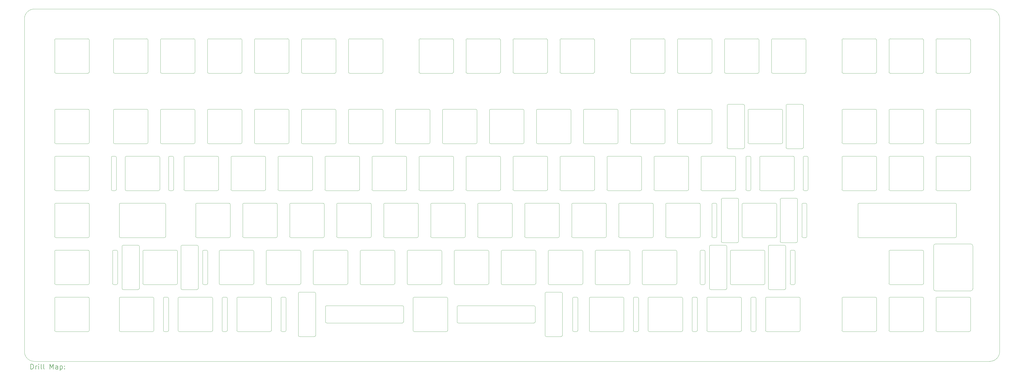
<source format=gbr>
%FSLAX45Y45*%
G04 Gerber Fmt 4.5, Leading zero omitted, Abs format (unit mm)*
G04 Created by KiCad (PCBNEW (6.0.0)) date 2022-03-06 13:22:55*
%MOMM*%
%LPD*%
G01*
G04 APERTURE LIST*
%TA.AperFunction,Profile*%
%ADD10C,0.100000*%
%TD*%
%TA.AperFunction,Profile*%
%ADD11C,0.050000*%
%TD*%
%ADD12C,0.200000*%
G04 APERTURE END LIST*
D10*
X16628900Y-15899895D02*
X16628900Y-16499895D01*
X13512130Y-15849895D02*
X16578900Y-15849895D01*
X13462130Y-16499895D02*
X13462130Y-15899895D01*
X13512130Y-16549895D02*
X16578900Y-16549895D01*
X13462130Y-16499895D02*
G75*
G03*
X13512130Y-16549895I50000J0D01*
G01*
X13512130Y-15849895D02*
G75*
G03*
X13462130Y-15899895I0J-50000D01*
G01*
X16628900Y-15899895D02*
G75*
G03*
X16578900Y-15849895I-50000J0D01*
G01*
X16578900Y-16549895D02*
G75*
G03*
X16628900Y-16499895I0J50000D01*
G01*
X5107155Y-13042140D02*
G75*
G03*
X5157155Y-13092140I50000J0D01*
G01*
X5157155Y-13092140D02*
X6933405Y-13091900D01*
X5157155Y-11692140D02*
X6933405Y-11691900D01*
X5107155Y-11742140D02*
X5107155Y-13042140D01*
X5157155Y-11692140D02*
G75*
G03*
X5107155Y-11742140I0J-50000D01*
G01*
X21912730Y-15852465D02*
X18845960Y-15852465D01*
X21962730Y-15902465D02*
G75*
G03*
X21912730Y-15852465I-50000J0D01*
G01*
X18795960Y-16502465D02*
X18795960Y-15902465D01*
X18845960Y-15852465D02*
G75*
G03*
X18795960Y-15902465I0J-50000D01*
G01*
X21912730Y-16552465D02*
G75*
G03*
X21962730Y-16502465I0J50000D01*
G01*
X18795960Y-16502465D02*
G75*
G03*
X18845960Y-16552465I50000J0D01*
G01*
X21962730Y-15902465D02*
X21962730Y-16502465D01*
X21912730Y-16552465D02*
X18845960Y-16552465D01*
X34396530Y-9836780D02*
X34396530Y-11136780D01*
X34446530Y-9786780D02*
X35746530Y-9786780D01*
X36301530Y-9836780D02*
X36301530Y-11136780D01*
X39606530Y-9836780D02*
X39606530Y-11136780D01*
X37701530Y-9836780D02*
G75*
G03*
X37651530Y-9786780I-50000J0D01*
G01*
X37651530Y-11186780D02*
G75*
G03*
X37701530Y-11136780I0J50000D01*
G01*
X35796530Y-9836780D02*
G75*
G03*
X35746530Y-9786780I-50000J0D01*
G01*
X39556530Y-11186780D02*
G75*
G03*
X39606530Y-11136780I0J50000D01*
G01*
X38206530Y-9836780D02*
X38206530Y-11136780D01*
X38256530Y-9786780D02*
X39556530Y-9786780D01*
X35796530Y-9836780D02*
X35796530Y-11136780D01*
X34446530Y-11186780D02*
X35746530Y-11186780D01*
X39606530Y-9836780D02*
G75*
G03*
X39556530Y-9786780I-50000J0D01*
G01*
X37701530Y-9836780D02*
X37701530Y-11136780D01*
X38256530Y-9786780D02*
G75*
G03*
X38206530Y-9836780I0J-50000D01*
G01*
X36351530Y-9786780D02*
X37651530Y-9786780D01*
X36351530Y-9786780D02*
G75*
G03*
X36301530Y-9836780I0J-50000D01*
G01*
X36301530Y-11136780D02*
G75*
G03*
X36351530Y-11186780I50000J0D01*
G01*
X36351530Y-11186780D02*
X37651530Y-11186780D01*
X38256530Y-11186780D02*
X39556530Y-11186780D01*
X35746530Y-11186780D02*
G75*
G03*
X35796530Y-11136780I0J50000D01*
G01*
X34396530Y-11136780D02*
G75*
G03*
X34446530Y-11186780I50000J0D01*
G01*
X38206530Y-11136780D02*
G75*
G03*
X38256530Y-11186780I50000J0D01*
G01*
X34446530Y-9786780D02*
G75*
G03*
X34396530Y-9836780I0J-50000D01*
G01*
X36301530Y-5074580D02*
X36301530Y-6374580D01*
X37701530Y-5074580D02*
G75*
G03*
X37651530Y-5024580I-50000J0D01*
G01*
X37651530Y-6424580D02*
G75*
G03*
X37701530Y-6374580I0J50000D01*
G01*
X37701530Y-5074580D02*
X37701530Y-6374580D01*
X36351530Y-5024580D02*
X37651530Y-5024580D01*
X36351530Y-5024580D02*
G75*
G03*
X36301530Y-5074580I0J-50000D01*
G01*
X36301530Y-6374580D02*
G75*
G03*
X36351530Y-6424580I50000J0D01*
G01*
X36351530Y-6424580D02*
X37651530Y-6424580D01*
X30442730Y-7731420D02*
G75*
G03*
X30392730Y-7681420I-50000J0D01*
G01*
X29792730Y-7681420D02*
G75*
G03*
X29742730Y-7731420I0J-50000D01*
G01*
X29742730Y-9431900D02*
X29742730Y-7731420D01*
X30442730Y-9431900D02*
X30442730Y-7731420D01*
X29792730Y-7681420D02*
X30392730Y-7681420D01*
X32830330Y-7731420D02*
G75*
G03*
X32780330Y-7681420I-50000J0D01*
G01*
X32180330Y-7681420D02*
G75*
G03*
X32130330Y-7731420I0J-50000D01*
G01*
X32180330Y-7681420D02*
X32780330Y-7681420D01*
X6111200Y-14996540D02*
X7411200Y-14996540D01*
X6111200Y-13596540D02*
G75*
G03*
X6061200Y-13646540I0J-50000D01*
G01*
X6061200Y-13646540D02*
X6061200Y-14946540D01*
X6061200Y-14946540D02*
G75*
G03*
X6111200Y-14996540I50000J0D01*
G01*
X7411200Y-14996540D02*
G75*
G03*
X7461200Y-14946540I0J50000D01*
G01*
X7461200Y-13646540D02*
G75*
G03*
X7411200Y-13596540I-50000J0D01*
G01*
X7461200Y-13646540D02*
X7461200Y-14946540D01*
X6111200Y-13596540D02*
X7411200Y-13596540D01*
X13013405Y-15300460D02*
X12413405Y-15300460D01*
X13063405Y-15350460D02*
G75*
G03*
X13013405Y-15300460I-50000J0D01*
G01*
X12413405Y-15300460D02*
G75*
G03*
X12363405Y-15350460I0J-50000D01*
G01*
X23013405Y-15300460D02*
X22413405Y-15300460D01*
X23063405Y-15350460D02*
G75*
G03*
X23013405Y-15300460I-50000J0D01*
G01*
X22413405Y-15300460D02*
G75*
G03*
X22363405Y-15350460I0J-50000D01*
G01*
X6942995Y-15501120D02*
G75*
G03*
X6892995Y-15551120I0J-50000D01*
G01*
X7102445Y-16851120D02*
X7102445Y-15551120D01*
X6942995Y-15501120D02*
X7052445Y-15501120D01*
X6892995Y-16851120D02*
G75*
G03*
X6942995Y-16901120I50000J0D01*
G01*
X6942995Y-16901120D02*
X7052445Y-16901120D01*
X7052445Y-16901120D02*
G75*
G03*
X7102445Y-16851120I0J50000D01*
G01*
X6892995Y-16851120D02*
X6892995Y-15551120D01*
X7102445Y-15551120D02*
G75*
G03*
X7052445Y-15501120I-50000J0D01*
G01*
X9274095Y-16851120D02*
X9274095Y-15551120D01*
X9324095Y-15501120D02*
G75*
G03*
X9274095Y-15551120I0J-50000D01*
G01*
X9483545Y-15551120D02*
G75*
G03*
X9433545Y-15501120I-50000J0D01*
G01*
X9274095Y-16851120D02*
G75*
G03*
X9324095Y-16901120I50000J0D01*
G01*
X9324095Y-16901120D02*
X9433545Y-16901120D01*
X9483545Y-16851120D02*
X9483545Y-15551120D01*
X9324095Y-15501120D02*
X9433545Y-15501120D01*
X9433545Y-16901120D02*
G75*
G03*
X9483545Y-16851120I0J50000D01*
G01*
X11705195Y-15501120D02*
G75*
G03*
X11655195Y-15551120I0J-50000D01*
G01*
X11864645Y-15551120D02*
G75*
G03*
X11814645Y-15501120I-50000J0D01*
G01*
X11655195Y-16851120D02*
G75*
G03*
X11705195Y-16901120I50000J0D01*
G01*
X11864645Y-16851120D02*
X11864645Y-15551120D01*
X11705195Y-16901120D02*
X11814645Y-16901120D01*
X11705195Y-15501120D02*
X11814645Y-15501120D01*
X11655195Y-16851120D02*
X11655195Y-15551120D01*
X11814645Y-16901120D02*
G75*
G03*
X11864645Y-16851120I0J50000D01*
G01*
X30863445Y-16901120D02*
G75*
G03*
X30913445Y-16851120I0J50000D01*
G01*
X30753995Y-15501120D02*
G75*
G03*
X30703995Y-15551120I0J-50000D01*
G01*
X30913445Y-16851120D02*
X30913445Y-15551120D01*
X30753995Y-16901120D02*
X30863445Y-16901120D01*
X30913445Y-15551120D02*
G75*
G03*
X30863445Y-15501120I-50000J0D01*
G01*
X30703995Y-16851120D02*
X30703995Y-15551120D01*
X30703995Y-16851120D02*
G75*
G03*
X30753995Y-16901120I50000J0D01*
G01*
X30753995Y-15501120D02*
X30863445Y-15501120D01*
X28372895Y-15501120D02*
X28482345Y-15501120D01*
X28322895Y-16851120D02*
X28322895Y-15551120D01*
X28322895Y-16851120D02*
G75*
G03*
X28372895Y-16901120I50000J0D01*
G01*
X28372895Y-15501120D02*
G75*
G03*
X28322895Y-15551120I0J-50000D01*
G01*
X28482345Y-16901120D02*
G75*
G03*
X28532345Y-16851120I0J50000D01*
G01*
X28372895Y-16901120D02*
X28482345Y-16901120D01*
X28532345Y-15551120D02*
G75*
G03*
X28482345Y-15501120I-50000J0D01*
G01*
X28532345Y-16851120D02*
X28532345Y-15551120D01*
X25991795Y-15501120D02*
G75*
G03*
X25941795Y-15551120I0J-50000D01*
G01*
X25941795Y-16851120D02*
X25941795Y-15551120D01*
X26151245Y-16851120D02*
X26151245Y-15551120D01*
X26151245Y-15551120D02*
G75*
G03*
X26101245Y-15501120I-50000J0D01*
G01*
X25991795Y-15501120D02*
X26101245Y-15501120D01*
X25941795Y-16851120D02*
G75*
G03*
X25991795Y-16901120I50000J0D01*
G01*
X26101245Y-16901120D02*
G75*
G03*
X26151245Y-16851120I0J50000D01*
G01*
X25991795Y-16901120D02*
X26101245Y-16901120D01*
X8173910Y-5074400D02*
G75*
G03*
X8123910Y-5024400I-50000J0D01*
G01*
X6773910Y-5074400D02*
X6773910Y-6374400D01*
X8173910Y-5074400D02*
X8173910Y-6374400D01*
X6823910Y-5024400D02*
G75*
G03*
X6773910Y-5074400I0J-50000D01*
G01*
X6823910Y-5024400D02*
X8123910Y-5024400D01*
X6823910Y-6424400D02*
X8123910Y-6424400D01*
X8123910Y-6424400D02*
G75*
G03*
X8173910Y-6374400I0J50000D01*
G01*
X6773910Y-6374400D02*
G75*
G03*
X6823910Y-6424400I50000J0D01*
G01*
X7655000Y-13396060D02*
X8255000Y-13396060D01*
X5267400Y-15196540D02*
X5867400Y-15196540D01*
X7655000Y-15196540D02*
X8255000Y-15196540D01*
X8305000Y-13446060D02*
G75*
G03*
X8255000Y-13396060I-50000J0D01*
G01*
X5917400Y-15146540D02*
X5917400Y-13446060D01*
X5867400Y-15196540D02*
G75*
G03*
X5917400Y-15146540I0J50000D01*
G01*
X5217400Y-15146540D02*
G75*
G03*
X5267400Y-15196540I50000J0D01*
G01*
X7605000Y-15146540D02*
G75*
G03*
X7655000Y-15196540I50000J0D01*
G01*
X5217400Y-15146540D02*
X5217400Y-13446060D01*
X7655000Y-13396060D02*
G75*
G03*
X7605000Y-13446060I0J-50000D01*
G01*
X8255000Y-15196540D02*
G75*
G03*
X8305000Y-15146540I0J50000D01*
G01*
X7605000Y-13446060D02*
X7605000Y-15146540D01*
X8305000Y-13446060D02*
X8305000Y-15146540D01*
X5917400Y-13446060D02*
G75*
G03*
X5867400Y-13396060I-50000J0D01*
G01*
X5267400Y-13396060D02*
X5867400Y-13396060D01*
X5267400Y-13396060D02*
G75*
G03*
X5217400Y-13446060I0J-50000D01*
G01*
X13013405Y-17101900D02*
X12413405Y-17101900D01*
X13013405Y-17101900D02*
G75*
G03*
X13063405Y-17051900I0J50000D01*
G01*
X12363405Y-17051900D02*
G75*
G03*
X12413405Y-17101900I50000J0D01*
G01*
X23013405Y-17101900D02*
G75*
G03*
X23063405Y-17051900I0J50000D01*
G01*
X22363405Y-17051900D02*
G75*
G03*
X22413405Y-17101900I50000J0D01*
G01*
X23013405Y-17101900D02*
X22413405Y-17101900D01*
X30398420Y-13091660D02*
X31698420Y-13091660D01*
X31748420Y-11741660D02*
G75*
G03*
X31698420Y-11691660I-50000J0D01*
G01*
X30398420Y-11691660D02*
X31698420Y-11691660D01*
X30154620Y-13291660D02*
G75*
G03*
X30204620Y-13241660I0J50000D01*
G01*
X29554620Y-13291660D02*
X30154620Y-13291660D01*
X31892220Y-13241660D02*
G75*
G03*
X31942220Y-13291660I50000J0D01*
G01*
X31892220Y-11541180D02*
X31892220Y-13241660D01*
X32592220Y-11541180D02*
X32592220Y-13241660D01*
X31942220Y-13291660D02*
X32542220Y-13291660D01*
X31698420Y-13091660D02*
G75*
G03*
X31748420Y-13041660I0J50000D01*
G01*
X30398420Y-11691660D02*
G75*
G03*
X30348420Y-11741660I0J-50000D01*
G01*
X32542220Y-13291660D02*
G75*
G03*
X32592220Y-13241660I0J50000D01*
G01*
X31748420Y-11741660D02*
X31748420Y-13041660D01*
X29504620Y-13241660D02*
G75*
G03*
X29554620Y-13291660I50000J0D01*
G01*
X30348420Y-11741660D02*
X30348420Y-13041660D01*
X30348420Y-13041660D02*
G75*
G03*
X30398420Y-13091660I50000J0D01*
G01*
X31942220Y-11491180D02*
G75*
G03*
X31892220Y-11541180I0J-50000D01*
G01*
X30204620Y-13241660D02*
X30204620Y-11541180D01*
X29554620Y-11491180D02*
G75*
G03*
X29504620Y-11541180I0J-50000D01*
G01*
X32592220Y-11541180D02*
G75*
G03*
X32542220Y-11491180I-50000J0D01*
G01*
X29504620Y-13241660D02*
X29504620Y-11541180D01*
X31942220Y-11491180D02*
X32542220Y-11491180D01*
X30204620Y-11541180D02*
G75*
G03*
X30154620Y-11491180I-50000J0D01*
G01*
X29554620Y-11491180D02*
X30154620Y-11491180D01*
X29922200Y-13596540D02*
G75*
G03*
X29872200Y-13646540I0J-50000D01*
G01*
X31466000Y-13396060D02*
X32066000Y-13396060D01*
X29728400Y-13446060D02*
G75*
G03*
X29678400Y-13396060I-50000J0D01*
G01*
X29678400Y-15196540D02*
G75*
G03*
X29728400Y-15146540I0J50000D01*
G01*
X31416000Y-15146540D02*
G75*
G03*
X31466000Y-15196540I50000J0D01*
G01*
X31466000Y-15196540D02*
X32066000Y-15196540D01*
X31272200Y-13646540D02*
X31272200Y-14946540D01*
X31466000Y-13396060D02*
G75*
G03*
X31416000Y-13446060I0J-50000D01*
G01*
X29078400Y-13396060D02*
G75*
G03*
X29028400Y-13446060I0J-50000D01*
G01*
X29028400Y-15146540D02*
X29028400Y-13446060D01*
X29078400Y-13396060D02*
X29678400Y-13396060D01*
X29922200Y-13596540D02*
X31222200Y-13596540D01*
X29028400Y-15146540D02*
G75*
G03*
X29078400Y-15196540I50000J0D01*
G01*
X31416000Y-13446060D02*
X31416000Y-15146540D01*
X29872200Y-13646540D02*
X29872200Y-14946540D01*
X29872200Y-14946540D02*
G75*
G03*
X29922200Y-14996540I50000J0D01*
G01*
X31222200Y-14996540D02*
G75*
G03*
X31272200Y-14946540I0J50000D01*
G01*
X29078400Y-15196540D02*
X29678400Y-15196540D01*
X29728400Y-15146540D02*
X29728400Y-13446060D01*
X32116000Y-13446060D02*
X32116000Y-15146540D01*
X29922200Y-14996540D02*
X31222200Y-14996540D01*
X32066000Y-15196540D02*
G75*
G03*
X32116000Y-15146540I0J50000D01*
G01*
X31272200Y-13646540D02*
G75*
G03*
X31222200Y-13596540I-50000J0D01*
G01*
X32116000Y-13446060D02*
G75*
G03*
X32066000Y-13396060I-50000J0D01*
G01*
X26271530Y-9836900D02*
G75*
G03*
X26221530Y-9786900I-50000J0D01*
G01*
X11934030Y-6424400D02*
G75*
G03*
X11984030Y-6374400I0J50000D01*
G01*
X17301530Y-5024400D02*
G75*
G03*
X17251530Y-5074400I0J-50000D01*
G01*
X10029030Y-9281900D02*
G75*
G03*
X10079030Y-9231900I0J50000D01*
G01*
X37701530Y-15551900D02*
G75*
G03*
X37651530Y-15501900I-50000J0D01*
G01*
X2537780Y-13596900D02*
X3837780Y-13596900D01*
X17251530Y-11136900D02*
G75*
G03*
X17301530Y-11186900I50000J0D01*
G01*
X21985280Y-13646900D02*
G75*
G03*
X21935280Y-13596900I-50000J0D01*
G01*
X11060280Y-13646900D02*
X11060280Y-14946900D01*
X16349030Y-7881900D02*
X17649030Y-7881900D01*
X30586530Y-7931900D02*
X30586530Y-9231900D01*
X24445280Y-13596900D02*
G75*
G03*
X24395280Y-13646900I0J-50000D01*
G01*
X12012780Y-13041900D02*
G75*
G03*
X12062780Y-13091900I50000J0D01*
G01*
D11*
X40391830Y-3819520D02*
X1659270Y-3819520D01*
D10*
X16825280Y-13596900D02*
X18125280Y-13596900D01*
X13441530Y-11136900D02*
G75*
G03*
X13491530Y-11186900I50000J0D01*
G01*
X23531085Y-15501120D02*
X23640535Y-15501120D01*
X31539030Y-6374400D02*
G75*
G03*
X31589030Y-6424400I50000J0D01*
G01*
X4835280Y-9786900D02*
G75*
G03*
X4785280Y-9836900I0J-50000D01*
G01*
X26300280Y-14946900D02*
G75*
G03*
X26350280Y-14996900I50000J0D01*
G01*
X8729030Y-5024400D02*
X10029030Y-5024400D01*
X19206530Y-11186900D02*
X20506530Y-11186900D01*
X3887780Y-11741900D02*
G75*
G03*
X3837780Y-11691900I-50000J0D01*
G01*
X19206530Y-9786900D02*
G75*
G03*
X19156530Y-9836900I0J-50000D01*
G01*
X25874030Y-5024400D02*
G75*
G03*
X25824030Y-5074400I0J-50000D01*
G01*
X25319030Y-7931900D02*
G75*
G03*
X25269030Y-7881900I-50000J0D01*
G01*
X23364030Y-9281900D02*
G75*
G03*
X23414030Y-9231900I0J50000D01*
G01*
X24366530Y-5074400D02*
X24366530Y-6374400D01*
X39697920Y-15169370D02*
X39697920Y-13423230D01*
X31986530Y-7931900D02*
X31986530Y-9231900D01*
X16825280Y-13596900D02*
G75*
G03*
X16775280Y-13646900I0J-50000D01*
G01*
X2487780Y-16851900D02*
G75*
G03*
X2537780Y-16901900I50000J0D01*
G01*
X19682780Y-13091900D02*
X20982780Y-13091900D01*
X25824030Y-7931900D02*
X25824030Y-9231900D01*
X32872780Y-9786900D02*
X32972780Y-9786900D01*
X38206530Y-16851900D02*
G75*
G03*
X38256530Y-16901900I50000J0D01*
G01*
X22363405Y-15350460D02*
X22363405Y-17051900D01*
X32872780Y-11186900D02*
X32972780Y-11186900D01*
X23890280Y-13646900D02*
G75*
G03*
X23840280Y-13596900I-50000J0D01*
G01*
X12539030Y-9281900D02*
X13839030Y-9281900D01*
X16696530Y-11186900D02*
G75*
G03*
X16746530Y-11136900I0J50000D01*
G01*
X27779030Y-6424400D02*
X29079030Y-6424400D01*
X21111530Y-11186900D02*
X22411530Y-11186900D01*
X21985280Y-13646900D02*
X21985280Y-14946900D01*
X19156530Y-9836900D02*
X19156530Y-11136900D01*
X4884655Y-13596900D02*
X4984655Y-13596900D01*
X4985280Y-9836900D02*
G75*
G03*
X4935280Y-9786900I-50000J0D01*
G01*
X36301530Y-14946900D02*
G75*
G03*
X36351530Y-14996900I50000J0D01*
G01*
X3887780Y-5074400D02*
G75*
G03*
X3837780Y-5024400I-50000J0D01*
G01*
X39606530Y-7931900D02*
G75*
G03*
X39556530Y-7881900I-50000J0D01*
G01*
X26271530Y-9836900D02*
X26271530Y-11136900D01*
X25824030Y-6374400D02*
G75*
G03*
X25874030Y-6424400I50000J0D01*
G01*
X12539030Y-6424400D02*
X13839030Y-6424400D01*
X36351530Y-14996900D02*
X37651530Y-14996900D01*
X20080280Y-13646900D02*
X20080280Y-14946900D01*
X18680280Y-13646900D02*
X18680280Y-14946900D01*
X23442780Y-13041900D02*
G75*
G03*
X23492780Y-13091900I50000J0D01*
G01*
X21587780Y-13091900D02*
X22887780Y-13091900D01*
X10107780Y-11741900D02*
X10107780Y-13041900D01*
X34446530Y-15501900D02*
X35746530Y-15501900D01*
X35796530Y-15551900D02*
X35796530Y-16851900D01*
X15396530Y-11186900D02*
X16696530Y-11186900D01*
X16746530Y-9836900D02*
G75*
G03*
X16696530Y-9786900I-50000J0D01*
G01*
X39033590Y-11741780D02*
G75*
G03*
X38983590Y-11691780I-50000J0D01*
G01*
X14394030Y-7931900D02*
X14394030Y-9231900D01*
X22461530Y-9836900D02*
G75*
G03*
X22411530Y-9786900I-50000J0D01*
G01*
X7776530Y-9786900D02*
G75*
G03*
X7726530Y-9836900I0J-50000D01*
G01*
X36301530Y-9231900D02*
G75*
G03*
X36351530Y-9281900I50000J0D01*
G01*
X21537780Y-11741900D02*
X21537780Y-13041900D01*
X14841530Y-9836900D02*
X14841530Y-11136900D01*
X34396530Y-9231900D02*
G75*
G03*
X34446530Y-9281900I50000J0D01*
G01*
X20635280Y-13596900D02*
G75*
G03*
X20585280Y-13646900I0J-50000D01*
G01*
X23492780Y-13091900D02*
X24792780Y-13091900D01*
X31112780Y-9786900D02*
G75*
G03*
X31062780Y-9836900I0J-50000D01*
G01*
X2487780Y-13041900D02*
G75*
G03*
X2537780Y-13091900I50000J0D01*
G01*
X13889030Y-7931900D02*
G75*
G03*
X13839030Y-7881900I-50000J0D01*
G01*
X9155280Y-14946900D02*
G75*
G03*
X9205280Y-14996900I50000J0D01*
G01*
X3887780Y-11741900D02*
X3887780Y-13041900D01*
X12886530Y-11186900D02*
G75*
G03*
X12936530Y-11136900I0J50000D01*
G01*
X6507155Y-15551900D02*
X6507155Y-16851900D01*
X2537780Y-11691900D02*
X3837780Y-11691900D01*
X28681530Y-11136900D02*
G75*
G03*
X28731530Y-11186900I50000J0D01*
G01*
X16270280Y-13646900D02*
G75*
G03*
X16220280Y-13596900I-50000J0D01*
G01*
X22540280Y-14996900D02*
X23840280Y-14996900D01*
X26826530Y-9786900D02*
G75*
G03*
X26776530Y-9836900I0J-50000D01*
G01*
X30269655Y-16901900D02*
G75*
G03*
X30319655Y-16851900I0J50000D01*
G01*
X23919030Y-7931900D02*
X23919030Y-9231900D01*
X25397780Y-11691900D02*
G75*
G03*
X25347780Y-11741900I0J-50000D01*
G01*
X38256530Y-9281900D02*
X39556530Y-9281900D01*
X26826530Y-11186900D02*
X28126530Y-11186900D01*
X29173405Y-13091900D02*
X29273405Y-13091900D01*
X23531085Y-16901120D02*
X23640535Y-16901120D01*
X10079030Y-7931900D02*
X10079030Y-9231900D01*
X32780330Y-9481900D02*
G75*
G03*
X32830330Y-9431900I0J50000D01*
G01*
X23840280Y-14996900D02*
G75*
G03*
X23890280Y-14946900I0J50000D01*
G01*
X24921530Y-11186900D02*
X26221530Y-11186900D01*
X11269655Y-15551900D02*
G75*
G03*
X11219655Y-15501900I-50000J0D01*
G01*
X3887780Y-13646900D02*
X3887780Y-14946900D01*
X22461530Y-5074400D02*
X22461530Y-6374400D01*
X27938405Y-15551900D02*
X27938405Y-16851900D01*
X23481085Y-16851120D02*
X23481085Y-15551120D01*
X27779030Y-5024400D02*
G75*
G03*
X27729030Y-5074400I0J-50000D01*
G01*
X13967780Y-13091900D02*
X15267780Y-13091900D01*
X27174030Y-9281900D02*
G75*
G03*
X27224030Y-9231900I0J50000D01*
G01*
X18254030Y-7881900D02*
X19554030Y-7881900D01*
X29079030Y-9281900D02*
G75*
G03*
X29129030Y-9231900I0J50000D01*
G01*
X30319655Y-15551900D02*
G75*
G03*
X30269655Y-15501900I-50000J0D01*
G01*
X28647155Y-13646900D02*
X28647155Y-14946900D01*
X18363405Y-16901900D02*
G75*
G03*
X18413405Y-16851900I0J50000D01*
G01*
X30081530Y-9836900D02*
X30081530Y-11136900D01*
X10157780Y-13091900D02*
X11457780Y-13091900D01*
X6269030Y-7931900D02*
G75*
G03*
X6219030Y-7881900I-50000J0D01*
G01*
X13015280Y-13596900D02*
X14315280Y-13596900D01*
X10584030Y-5074400D02*
X10584030Y-6374400D01*
X2537780Y-5024400D02*
G75*
G03*
X2487780Y-5074400I0J-50000D01*
G01*
X31062780Y-11136900D02*
G75*
G03*
X31112780Y-11186900I50000J0D01*
G01*
X12936530Y-9836900D02*
X12936530Y-11136900D01*
X21509030Y-7931900D02*
G75*
G03*
X21459030Y-7881900I-50000J0D01*
G01*
X35094460Y-13091780D02*
X38983590Y-13091780D01*
X21587780Y-11691900D02*
G75*
G03*
X21537780Y-11741900I0J-50000D01*
G01*
X24316530Y-11186900D02*
G75*
G03*
X24366530Y-11136900I0J50000D01*
G01*
X13917780Y-13041900D02*
G75*
G03*
X13967780Y-13091900I50000J0D01*
G01*
X11507780Y-11741900D02*
X11507780Y-13041900D01*
X16775280Y-14946900D02*
G75*
G03*
X16825280Y-14996900I50000J0D01*
G01*
X27224030Y-5074400D02*
X27224030Y-6374400D01*
X13412780Y-11741900D02*
X13412780Y-13041900D01*
X11031530Y-9836900D02*
G75*
G03*
X10981530Y-9786900I-50000J0D01*
G01*
X17777780Y-11691900D02*
X19077780Y-11691900D01*
X16746530Y-9836900D02*
X16746530Y-11136900D01*
X20030280Y-14996900D02*
G75*
G03*
X20080280Y-14946900I0J50000D01*
G01*
X23016530Y-9786900D02*
X24316530Y-9786900D01*
D11*
X1659270Y-18106120D02*
X40391830Y-18106120D01*
D10*
X37701530Y-13646900D02*
G75*
G03*
X37651530Y-13596900I-50000J0D01*
G01*
X19604030Y-7931900D02*
X19604030Y-9231900D01*
X2537780Y-15501900D02*
G75*
G03*
X2487780Y-15551900I0J-50000D01*
G01*
X20506530Y-6424400D02*
G75*
G03*
X20556530Y-6374400I0J50000D01*
G01*
X15794030Y-5074400D02*
X15794030Y-6374400D01*
X26588405Y-15501900D02*
X27888405Y-15501900D01*
X14444030Y-5024400D02*
G75*
G03*
X14394030Y-5074400I0J-50000D01*
G01*
X32973405Y-11741900D02*
G75*
G03*
X32923405Y-11691900I-50000J0D01*
G01*
X12062780Y-13091900D02*
X13362780Y-13091900D01*
X17301530Y-9786900D02*
X18601530Y-9786900D01*
X19206530Y-9786900D02*
X20506530Y-9786900D01*
X37651530Y-9281900D02*
G75*
G03*
X37701530Y-9231900I0J50000D01*
G01*
X22461530Y-9836900D02*
X22461530Y-11136900D01*
X28652780Y-11741900D02*
G75*
G03*
X28602780Y-11691900I-50000J0D01*
G01*
X27174030Y-6424400D02*
G75*
G03*
X27224030Y-6374400I0J50000D01*
G01*
X32923405Y-13091900D02*
G75*
G03*
X32973405Y-13041900I0J50000D01*
G01*
X6269030Y-7931900D02*
X6269030Y-9231900D01*
X4919030Y-7881900D02*
G75*
G03*
X4869030Y-7931900I0J-50000D01*
G01*
X21111530Y-9786900D02*
G75*
G03*
X21061530Y-9836900I0J-50000D01*
G01*
X5395280Y-9786900D02*
X6695280Y-9786900D01*
X28969655Y-15501900D02*
G75*
G03*
X28919655Y-15551900I0J-50000D01*
G01*
X6457155Y-16901900D02*
G75*
G03*
X6507155Y-16851900I0J50000D01*
G01*
X27729030Y-7931900D02*
X27729030Y-9231900D01*
X32462780Y-9836900D02*
X32462780Y-11136900D01*
X7488405Y-15551900D02*
X7488405Y-16851900D01*
X38206530Y-5074400D02*
X38206530Y-6374400D01*
X11984030Y-7931900D02*
X11984030Y-9231900D01*
X25557155Y-15551900D02*
X25557155Y-16851900D01*
X11586530Y-9786900D02*
G75*
G03*
X11536530Y-9836900I0J-50000D01*
G01*
X27224030Y-5074400D02*
G75*
G03*
X27174030Y-5024400I-50000J0D01*
G01*
X15822780Y-13041900D02*
G75*
G03*
X15872780Y-13091900I50000J0D01*
G01*
D11*
X1659270Y-3819520D02*
G75*
G03*
X1262420Y-4216370I0J-396850D01*
G01*
D10*
X10584030Y-9231900D02*
G75*
G03*
X10634030Y-9281900I50000J0D01*
G01*
X25795280Y-13646900D02*
X25795280Y-14946900D01*
X10981530Y-11186900D02*
G75*
G03*
X11031530Y-11136900I0J50000D01*
G01*
X3887780Y-9836900D02*
G75*
G03*
X3837780Y-9786900I-50000J0D01*
G01*
X23063405Y-15350460D02*
X23063405Y-17051900D01*
X6774030Y-7931900D02*
X6774030Y-9231900D01*
X2487780Y-11136900D02*
G75*
G03*
X2537780Y-11186900I50000J0D01*
G01*
X4919030Y-5024400D02*
X6219030Y-5024400D01*
X17013405Y-16851900D02*
G75*
G03*
X17063405Y-16901900I50000J0D01*
G01*
X3887780Y-9836900D02*
X3887780Y-11136900D01*
X12539030Y-7881900D02*
X13839030Y-7881900D01*
X32889030Y-6424400D02*
G75*
G03*
X32939030Y-6374400I0J50000D01*
G01*
X23442780Y-11741900D02*
X23442780Y-13041900D01*
X38110520Y-13423230D02*
X38110520Y-15169370D01*
X26826530Y-9786900D02*
X28126530Y-9786900D01*
X11984030Y-5074400D02*
X11984030Y-6374400D01*
X35094460Y-11691780D02*
G75*
G03*
X35044460Y-11741780I0J-50000D01*
G01*
X19206530Y-5024400D02*
X20506530Y-5024400D01*
X29323405Y-11741900D02*
X29323405Y-13041900D01*
X20159030Y-7881900D02*
X21459030Y-7881900D01*
X30552780Y-9786900D02*
X30652780Y-9786900D01*
X28652780Y-11741900D02*
X28652780Y-13041900D01*
X2537780Y-9281900D02*
X3837780Y-9281900D01*
X15317780Y-11741900D02*
G75*
G03*
X15267780Y-11691900I-50000J0D01*
G01*
X4869030Y-7931900D02*
X4869030Y-9231900D01*
X6219030Y-9281900D02*
G75*
G03*
X6269030Y-9231900I0J50000D01*
G01*
X27888405Y-16901900D02*
G75*
G03*
X27938405Y-16851900I0J50000D01*
G01*
X2537780Y-7881900D02*
G75*
G03*
X2487780Y-7931900I0J-50000D01*
G01*
X9155280Y-13646900D02*
X9155280Y-14946900D01*
X36351530Y-13596900D02*
X37651530Y-13596900D01*
X26538405Y-16851900D02*
G75*
G03*
X26588405Y-16901900I50000J0D01*
G01*
X5345280Y-9836900D02*
X5345280Y-11136900D01*
X19127780Y-11741900D02*
X19127780Y-13041900D01*
X8888405Y-15551900D02*
G75*
G03*
X8838405Y-15501900I-50000J0D01*
G01*
X35796530Y-5074400D02*
G75*
G03*
X35746530Y-5024400I-50000J0D01*
G01*
X24921530Y-9786900D02*
X26221530Y-9786900D01*
X32347155Y-13596900D02*
X32447155Y-13596900D01*
X13889030Y-7931900D02*
X13889030Y-9231900D01*
X35796530Y-7931900D02*
X35796530Y-9231900D01*
X35044460Y-13041780D02*
G75*
G03*
X35094460Y-13091780I50000J0D01*
G01*
X14444030Y-7881900D02*
G75*
G03*
X14394030Y-7931900I0J-50000D01*
G01*
X15872780Y-13091900D02*
X17172780Y-13091900D01*
X27302780Y-11691900D02*
G75*
G03*
X27252780Y-11741900I0J-50000D01*
G01*
X15744030Y-9281900D02*
G75*
G03*
X15794030Y-9231900I0J50000D01*
G01*
X10634030Y-7881900D02*
G75*
G03*
X10584030Y-7931900I0J-50000D01*
G01*
X20556530Y-9836900D02*
X20556530Y-11136900D01*
X24445280Y-13596900D02*
X25745280Y-13596900D01*
X16299030Y-9231900D02*
G75*
G03*
X16349030Y-9281900I50000J0D01*
G01*
X26697780Y-13091900D02*
G75*
G03*
X26747780Y-13041900I0J50000D01*
G01*
X23414030Y-7931900D02*
G75*
G03*
X23364030Y-7881900I-50000J0D01*
G01*
X18601530Y-6424400D02*
G75*
G03*
X18651530Y-6374400I0J50000D01*
G01*
X7488405Y-16851900D02*
G75*
G03*
X7538405Y-16901900I50000J0D01*
G01*
X18730280Y-13596900D02*
G75*
G03*
X18680280Y-13646900I0J-50000D01*
G01*
X20506530Y-11186900D02*
G75*
G03*
X20556530Y-11136900I0J50000D01*
G01*
X9919655Y-15501900D02*
G75*
G03*
X9869655Y-15551900I0J-50000D01*
G01*
X38256530Y-16901900D02*
X39556530Y-16901900D01*
X6269030Y-5074400D02*
G75*
G03*
X6219030Y-5024400I-50000J0D01*
G01*
X37701530Y-7931900D02*
X37701530Y-9231900D01*
X29273405Y-13091900D02*
G75*
G03*
X29323405Y-13041900I0J50000D01*
G01*
X21061530Y-11136900D02*
G75*
G03*
X21111530Y-11186900I50000J0D01*
G01*
X10107780Y-13041900D02*
G75*
G03*
X10157780Y-13091900I50000J0D01*
G01*
X27729030Y-6374400D02*
G75*
G03*
X27779030Y-6424400I50000J0D01*
G01*
X17222780Y-11741900D02*
X17222780Y-13041900D01*
X14394030Y-5074400D02*
X14394030Y-6374400D01*
X28847155Y-13646900D02*
G75*
G03*
X28797155Y-13596900I-50000J0D01*
G01*
X4919030Y-5024400D02*
G75*
G03*
X4869030Y-5074400I0J-50000D01*
G01*
X2537780Y-14996900D02*
X3837780Y-14996900D01*
X2537780Y-15501900D02*
X3837780Y-15501900D01*
X10584030Y-7931900D02*
X10584030Y-9231900D01*
X8534655Y-13596900D02*
G75*
G03*
X8484655Y-13646900I0J-50000D01*
G01*
X38110520Y-15169370D02*
G75*
G03*
X38189890Y-15248740I79370J0D01*
G01*
X30392730Y-9481900D02*
G75*
G03*
X30442730Y-9431900I0J50000D01*
G01*
X33022780Y-9836900D02*
X33022780Y-11136900D01*
X9681530Y-9786900D02*
G75*
G03*
X9631530Y-9836900I0J-50000D01*
G01*
X26221530Y-11186900D02*
G75*
G03*
X26271530Y-11136900I0J50000D01*
G01*
X6824030Y-7881900D02*
G75*
G03*
X6774030Y-7931900I0J-50000D01*
G01*
X18601530Y-11186900D02*
G75*
G03*
X18651530Y-11136900I0J50000D01*
G01*
X32972780Y-11186900D02*
G75*
G03*
X33022780Y-11136900I0J50000D01*
G01*
X26300280Y-13646900D02*
X26300280Y-14946900D01*
X30984030Y-6424400D02*
G75*
G03*
X31034030Y-6374400I0J50000D01*
G01*
X6933405Y-13091900D02*
G75*
G03*
X6983405Y-13041900I0J50000D01*
G01*
X11507780Y-11741900D02*
G75*
G03*
X11457780Y-11691900I-50000J0D01*
G01*
X28176530Y-9836900D02*
X28176530Y-11136900D01*
X8252780Y-13091900D02*
X9552780Y-13091900D01*
X27779030Y-7881900D02*
X29079030Y-7881900D01*
X15794030Y-5074400D02*
G75*
G03*
X15744030Y-5024400I-50000J0D01*
G01*
X2487780Y-9231900D02*
G75*
G03*
X2537780Y-9281900I50000J0D01*
G01*
X11586530Y-9786900D02*
X12886530Y-9786900D01*
X34446530Y-6424400D02*
X35746530Y-6424400D01*
X12489030Y-5074400D02*
X12489030Y-6374400D01*
X8534655Y-14996900D02*
X8634655Y-14996900D01*
X20159030Y-9281900D02*
X21459030Y-9281900D01*
X11110280Y-13596900D02*
G75*
G03*
X11060280Y-13646900I0J-50000D01*
G01*
X32823405Y-11691900D02*
G75*
G03*
X32773405Y-11741900I0J-50000D01*
G01*
X26776530Y-11136900D02*
G75*
G03*
X26826530Y-11186900I50000J0D01*
G01*
X21061530Y-5074400D02*
X21061530Y-6374400D01*
X23640535Y-16901120D02*
G75*
G03*
X23690535Y-16851120I0J50000D01*
G01*
X10634030Y-7881900D02*
X11934030Y-7881900D01*
X28602780Y-13091900D02*
G75*
G03*
X28652780Y-13041900I0J50000D01*
G01*
X32773405Y-11741900D02*
X32773405Y-13041900D01*
X28176530Y-9836900D02*
G75*
G03*
X28126530Y-9786900I-50000J0D01*
G01*
X8634655Y-14996900D02*
G75*
G03*
X8684655Y-14946900I0J50000D01*
G01*
X15396530Y-9786900D02*
G75*
G03*
X15346530Y-9836900I0J-50000D01*
G01*
X20556530Y-9836900D02*
G75*
G03*
X20506530Y-9786900I-50000J0D01*
G01*
X2537780Y-13091900D02*
X3837780Y-13091900D01*
X36351530Y-7881900D02*
G75*
G03*
X36301530Y-7931900I0J-50000D01*
G01*
X31112780Y-9786900D02*
X32412780Y-9786900D01*
X9076530Y-11186900D02*
G75*
G03*
X9126530Y-11136900I0J50000D01*
G01*
X34446530Y-16901900D02*
X35746530Y-16901900D01*
X38189890Y-13343860D02*
G75*
G03*
X38110520Y-13423230I0J-79370D01*
G01*
X34396530Y-15551900D02*
X34396530Y-16851900D01*
X8124030Y-9281900D02*
G75*
G03*
X8174030Y-9231900I0J50000D01*
G01*
X7776530Y-9786900D02*
X9076530Y-9786900D01*
X19604030Y-7931900D02*
G75*
G03*
X19554030Y-7881900I-50000J0D01*
G01*
X21459030Y-9281900D02*
G75*
G03*
X21509030Y-9231900I0J50000D01*
G01*
X23016530Y-5024400D02*
G75*
G03*
X22966530Y-5074400I0J-50000D01*
G01*
X12489030Y-6374400D02*
G75*
G03*
X12539030Y-6424400I50000J0D01*
G01*
X30552780Y-9786900D02*
G75*
G03*
X30502780Y-9836900I0J-50000D01*
G01*
X27779030Y-5024400D02*
X29079030Y-5024400D01*
X38256530Y-7881900D02*
G75*
G03*
X38206530Y-7931900I0J-50000D01*
G01*
X32347155Y-14996900D02*
X32447155Y-14996900D01*
X24366530Y-5074400D02*
G75*
G03*
X24316530Y-5024400I-50000J0D01*
G01*
X18413405Y-15551900D02*
X18413405Y-16851900D01*
X21111530Y-9786900D02*
X22411530Y-9786900D01*
X31112780Y-11186900D02*
X32412780Y-11186900D01*
X28969655Y-16901900D02*
X30269655Y-16901900D01*
X34396530Y-7931900D02*
X34396530Y-9231900D01*
X4919030Y-9281900D02*
X6219030Y-9281900D01*
X37701530Y-13646900D02*
X37701530Y-14946900D01*
X28969655Y-15501900D02*
X30269655Y-15501900D01*
X18730280Y-13596900D02*
X20030280Y-13596900D01*
X32462780Y-9836900D02*
G75*
G03*
X32412780Y-9786900I-50000J0D01*
G01*
X20585280Y-13646900D02*
X20585280Y-14946900D01*
X31350905Y-15501900D02*
G75*
G03*
X31300905Y-15551900I0J-50000D01*
G01*
X23969030Y-7881900D02*
G75*
G03*
X23919030Y-7931900I0J-50000D01*
G01*
X18204030Y-9231900D02*
G75*
G03*
X18254030Y-9281900I50000J0D01*
G01*
X32822780Y-11136900D02*
G75*
G03*
X32872780Y-11186900I50000J0D01*
G01*
X31300905Y-15551900D02*
X31300905Y-16851900D01*
X32347155Y-13596900D02*
G75*
G03*
X32297155Y-13646900I0J-50000D01*
G01*
X2537780Y-6424400D02*
X3837780Y-6424400D01*
X23016530Y-9786900D02*
G75*
G03*
X22966530Y-9836900I0J-50000D01*
G01*
X14394030Y-6374400D02*
G75*
G03*
X14444030Y-6424400I50000J0D01*
G01*
X9552780Y-13091900D02*
G75*
G03*
X9602780Y-13041900I0J50000D01*
G01*
X31589030Y-5024400D02*
G75*
G03*
X31539030Y-5074400I0J-50000D01*
G01*
X37701530Y-15551900D02*
X37701530Y-16851900D01*
X11536530Y-9836900D02*
X11536530Y-11136900D01*
X32700905Y-15551900D02*
G75*
G03*
X32650905Y-15501900I-50000J0D01*
G01*
X21032780Y-11741900D02*
G75*
G03*
X20982780Y-11691900I-50000J0D01*
G01*
X4835280Y-9786900D02*
X4935280Y-9786900D01*
X24316530Y-6424400D02*
G75*
G03*
X24366530Y-6374400I0J50000D01*
G01*
X17777780Y-11691900D02*
G75*
G03*
X17727780Y-11741900I0J-50000D01*
G01*
X8679030Y-5074400D02*
X8679030Y-6374400D01*
X29323405Y-11741900D02*
G75*
G03*
X29273405Y-11691900I-50000J0D01*
G01*
X16299030Y-7931900D02*
X16299030Y-9231900D01*
X12539030Y-7881900D02*
G75*
G03*
X12489030Y-7931900I0J-50000D01*
G01*
X17251530Y-9836900D02*
X17251530Y-11136900D01*
X30636530Y-7881900D02*
G75*
G03*
X30586530Y-7931900I0J-50000D01*
G01*
X19156530Y-5074400D02*
X19156530Y-6374400D01*
X35796530Y-5074400D02*
X35796530Y-6374400D01*
X17727780Y-11741900D02*
X17727780Y-13041900D01*
X9919655Y-16901900D02*
X11219655Y-16901900D01*
X5034655Y-13646900D02*
G75*
G03*
X4984655Y-13596900I-50000J0D01*
G01*
X9631530Y-9836900D02*
X9631530Y-11136900D01*
X21509030Y-7931900D02*
X21509030Y-9231900D01*
X3887780Y-7931900D02*
X3887780Y-9231900D01*
X20159030Y-7881900D02*
G75*
G03*
X20109030Y-7931900I0J-50000D01*
G01*
X2537780Y-5024400D02*
X3837780Y-5024400D01*
X16220280Y-14996900D02*
G75*
G03*
X16270280Y-14946900I0J50000D01*
G01*
X24157155Y-15551900D02*
X24157155Y-16851900D01*
X25557155Y-15551900D02*
G75*
G03*
X25507155Y-15501900I-50000J0D01*
G01*
X14444030Y-5024400D02*
X15744030Y-5024400D01*
X10157780Y-11691900D02*
X11457780Y-11691900D01*
X17649030Y-9281900D02*
G75*
G03*
X17699030Y-9231900I0J50000D01*
G01*
X28697155Y-13596900D02*
X28797155Y-13596900D01*
X17301530Y-6424400D02*
X18601530Y-6424400D01*
X29684030Y-6424400D02*
X30984030Y-6424400D01*
X38206530Y-7931900D02*
X38206530Y-9231900D01*
X38256530Y-5024400D02*
X39556530Y-5024400D01*
X13491530Y-9786900D02*
X14791530Y-9786900D01*
X28919655Y-16851900D02*
G75*
G03*
X28969655Y-16901900I50000J0D01*
G01*
X30702780Y-9836900D02*
X30702780Y-11136900D01*
X19156530Y-6374400D02*
G75*
G03*
X19206530Y-6424400I50000J0D01*
G01*
X25874030Y-5024400D02*
X27174030Y-5024400D01*
X7538405Y-15501900D02*
G75*
G03*
X7488405Y-15551900I0J-50000D01*
G01*
X5107155Y-16851900D02*
G75*
G03*
X5157155Y-16901900I50000J0D01*
G01*
X12460280Y-13646900D02*
G75*
G03*
X12410280Y-13596900I-50000J0D01*
G01*
X4884655Y-14996900D02*
X4984655Y-14996900D01*
X13839030Y-9281900D02*
G75*
G03*
X13889030Y-9231900I0J50000D01*
G01*
X15794030Y-7931900D02*
G75*
G03*
X15744030Y-7881900I-50000J0D01*
G01*
X17727780Y-13041900D02*
G75*
G03*
X17777780Y-13091900I50000J0D01*
G01*
X2537780Y-11186900D02*
X3837780Y-11186900D01*
X23690535Y-15551120D02*
G75*
G03*
X23640535Y-15501120I-50000J0D01*
G01*
X29634030Y-5074400D02*
X29634030Y-6374400D01*
X6219030Y-6424400D02*
G75*
G03*
X6269030Y-6374400I0J50000D01*
G01*
X27650280Y-14996900D02*
G75*
G03*
X27700280Y-14946900I0J50000D01*
G01*
X24366530Y-9836900D02*
G75*
G03*
X24316530Y-9786900I-50000J0D01*
G01*
X2537780Y-9786900D02*
X3837780Y-9786900D01*
X9631530Y-11136900D02*
G75*
G03*
X9681530Y-11186900I50000J0D01*
G01*
X11934030Y-9281900D02*
G75*
G03*
X11984030Y-9231900I0J50000D01*
G01*
X21935280Y-14996900D02*
G75*
G03*
X21985280Y-14946900I0J50000D01*
G01*
X27224030Y-7931900D02*
G75*
G03*
X27174030Y-7881900I-50000J0D01*
G01*
X4834655Y-13646900D02*
X4834655Y-14946900D01*
X7726530Y-9836900D02*
X7726530Y-11136900D01*
X29173405Y-11691900D02*
G75*
G03*
X29123405Y-11741900I0J-50000D01*
G01*
X8202780Y-11741900D02*
X8202780Y-13041900D01*
X32872780Y-9786900D02*
G75*
G03*
X32822780Y-9836900I0J-50000D01*
G01*
X14394030Y-9231900D02*
G75*
G03*
X14444030Y-9281900I50000J0D01*
G01*
X26588405Y-15501900D02*
G75*
G03*
X26538405Y-15551900I0J-50000D01*
G01*
X19682780Y-11691900D02*
X20982780Y-11691900D01*
X22064030Y-7881900D02*
X23364030Y-7881900D01*
X3837780Y-11186900D02*
G75*
G03*
X3887780Y-11136900I0J50000D01*
G01*
X5157155Y-15501900D02*
X6457155Y-15501900D01*
X36351530Y-15501900D02*
G75*
G03*
X36301530Y-15551900I0J-50000D01*
G01*
X9919655Y-15501900D02*
X11219655Y-15501900D01*
X12489030Y-7931900D02*
X12489030Y-9231900D01*
X8684655Y-13646900D02*
X8684655Y-14946900D01*
X8729030Y-7881900D02*
G75*
G03*
X8679030Y-7931900I0J-50000D01*
G01*
X24842780Y-11741900D02*
X24842780Y-13041900D01*
X28697155Y-14996900D02*
X28797155Y-14996900D01*
X34446530Y-15501900D02*
G75*
G03*
X34396530Y-15551900I0J-50000D01*
G01*
X8729030Y-7881900D02*
X10029030Y-7881900D01*
X27700280Y-13646900D02*
X27700280Y-14946900D01*
X11060280Y-14946900D02*
G75*
G03*
X11110280Y-14996900I50000J0D01*
G01*
X27700280Y-13646900D02*
G75*
G03*
X27650280Y-13596900I-50000J0D01*
G01*
X2487780Y-15551900D02*
X2487780Y-16851900D01*
X25347780Y-13041900D02*
G75*
G03*
X25397780Y-13091900I50000J0D01*
G01*
X10584030Y-6374400D02*
G75*
G03*
X10634030Y-6424400I50000J0D01*
G01*
D11*
X40788680Y-17709270D02*
X40788680Y-4216370D01*
D10*
X24207155Y-15501900D02*
X25507155Y-15501900D01*
X39606530Y-7931900D02*
X39606530Y-9231900D01*
X38256530Y-6424400D02*
X39556530Y-6424400D01*
X20556530Y-5074400D02*
G75*
G03*
X20506530Y-5024400I-50000J0D01*
G01*
X3887780Y-7931900D02*
G75*
G03*
X3837780Y-7881900I-50000J0D01*
G01*
X6745280Y-9836900D02*
X6745280Y-11136900D01*
X24157155Y-16851900D02*
G75*
G03*
X24207155Y-16901900I50000J0D01*
G01*
X17063405Y-15501900D02*
X18363405Y-15501900D01*
X38983590Y-13091780D02*
G75*
G03*
X39033590Y-13041780I0J50000D01*
G01*
X29684030Y-5024400D02*
G75*
G03*
X29634030Y-5074400I0J-50000D01*
G01*
X38256530Y-15501900D02*
G75*
G03*
X38206530Y-15551900I0J-50000D01*
G01*
X10079030Y-5074400D02*
G75*
G03*
X10029030Y-5024400I-50000J0D01*
G01*
X7105280Y-9836900D02*
X7105280Y-11136900D01*
X37651530Y-16901900D02*
G75*
G03*
X37701530Y-16851900I0J50000D01*
G01*
X28731530Y-11186900D02*
X30031530Y-11186900D01*
X17251530Y-5074400D02*
X17251530Y-6374400D01*
X8679030Y-6374400D02*
G75*
G03*
X8729030Y-6424400I50000J0D01*
G01*
X18175280Y-13646900D02*
G75*
G03*
X18125280Y-13596900I-50000J0D01*
G01*
X30636530Y-9281900D02*
X31936530Y-9281900D01*
X13839030Y-6424400D02*
G75*
G03*
X13889030Y-6374400I0J50000D01*
G01*
X3887780Y-15551900D02*
G75*
G03*
X3837780Y-15501900I-50000J0D01*
G01*
X4869030Y-5074400D02*
X4869030Y-6374400D01*
X26538405Y-15551900D02*
X26538405Y-16851900D01*
X25347780Y-11741900D02*
X25347780Y-13041900D01*
X22461530Y-5074400D02*
G75*
G03*
X22411530Y-5024400I-50000J0D01*
G01*
X22540280Y-13596900D02*
X23840280Y-13596900D01*
X12460280Y-13646900D02*
X12460280Y-14946900D01*
X32773405Y-13041900D02*
G75*
G03*
X32823405Y-13091900I50000J0D01*
G01*
X12539030Y-5024400D02*
G75*
G03*
X12489030Y-5074400I0J-50000D01*
G01*
X17063405Y-15501900D02*
G75*
G03*
X17013405Y-15551900I0J-50000D01*
G01*
X11031530Y-9836900D02*
X11031530Y-11136900D01*
X29634030Y-6374400D02*
G75*
G03*
X29684030Y-6424400I50000J0D01*
G01*
X13362780Y-13091900D02*
G75*
G03*
X13412780Y-13041900I0J50000D01*
G01*
X26350280Y-14996900D02*
X27650280Y-14996900D01*
X10079030Y-7931900D02*
G75*
G03*
X10029030Y-7881900I-50000J0D01*
G01*
X30652780Y-11186900D02*
G75*
G03*
X30702780Y-11136900I0J50000D01*
G01*
X21537780Y-13041900D02*
G75*
G03*
X21587780Y-13091900I50000J0D01*
G01*
X34396530Y-16851900D02*
G75*
G03*
X34446530Y-16901900I50000J0D01*
G01*
X15346530Y-11136900D02*
G75*
G03*
X15396530Y-11186900I50000J0D01*
G01*
X13063405Y-15350460D02*
X13063405Y-17051900D01*
X16349030Y-9281900D02*
X17649030Y-9281900D01*
X3837780Y-14996900D02*
G75*
G03*
X3887780Y-14946900I0J50000D01*
G01*
X4869030Y-9231900D02*
G75*
G03*
X4919030Y-9281900I50000J0D01*
G01*
X19632780Y-13041900D02*
G75*
G03*
X19682780Y-13091900I50000J0D01*
G01*
X6695280Y-11186900D02*
G75*
G03*
X6745280Y-11136900I0J50000D01*
G01*
X35796530Y-15551900D02*
G75*
G03*
X35746530Y-15501900I-50000J0D01*
G01*
X7305280Y-9836900D02*
G75*
G03*
X7255280Y-9786900I-50000J0D01*
G01*
X11110280Y-13596900D02*
X12410280Y-13596900D01*
X31350905Y-15501900D02*
X32650905Y-15501900D01*
X18413405Y-15551900D02*
G75*
G03*
X18363405Y-15501900I-50000J0D01*
G01*
X13412780Y-11741900D02*
G75*
G03*
X13362780Y-11691900I-50000J0D01*
G01*
X26350280Y-13596900D02*
G75*
G03*
X26300280Y-13646900I0J-50000D01*
G01*
X9126530Y-9836900D02*
X9126530Y-11136900D01*
X13917780Y-11741900D02*
X13917780Y-13041900D01*
X10079030Y-5074400D02*
X10079030Y-6374400D01*
X18680280Y-14946900D02*
G75*
G03*
X18730280Y-14996900I50000J0D01*
G01*
X5157155Y-15501900D02*
G75*
G03*
X5107155Y-15551900I0J-50000D01*
G01*
X3837780Y-9281900D02*
G75*
G03*
X3887780Y-9231900I0J50000D01*
G01*
X3837780Y-13091900D02*
G75*
G03*
X3887780Y-13041900I0J50000D01*
G01*
X21061530Y-6374400D02*
G75*
G03*
X21111530Y-6424400I50000J0D01*
G01*
X15267780Y-13091900D02*
G75*
G03*
X15317780Y-13041900I0J50000D01*
G01*
X30031530Y-11186900D02*
G75*
G03*
X30081530Y-11136900I0J50000D01*
G01*
X9205280Y-13596900D02*
G75*
G03*
X9155280Y-13646900I0J-50000D01*
G01*
X8202780Y-13041900D02*
G75*
G03*
X8252780Y-13091900I50000J0D01*
G01*
X9126530Y-9836900D02*
G75*
G03*
X9076530Y-9786900I-50000J0D01*
G01*
X14444030Y-6424400D02*
X15744030Y-6424400D01*
X30702780Y-9836900D02*
G75*
G03*
X30652780Y-9786900I-50000J0D01*
G01*
X16349030Y-7881900D02*
G75*
G03*
X16299030Y-7931900I0J-50000D01*
G01*
X5157155Y-16901900D02*
X6457155Y-16901900D01*
X21032780Y-11741900D02*
X21032780Y-13041900D01*
X28847155Y-13646900D02*
X28847155Y-14946900D01*
X39606530Y-5074400D02*
G75*
G03*
X39556530Y-5024400I-50000J0D01*
G01*
X28731530Y-9786900D02*
G75*
G03*
X28681530Y-9836900I0J-50000D01*
G01*
X8174030Y-7931900D02*
G75*
G03*
X8124030Y-7881900I-50000J0D01*
G01*
X8174030Y-7931900D02*
X8174030Y-9231900D01*
X2487780Y-13646900D02*
X2487780Y-14946900D01*
X29129030Y-7931900D02*
X29129030Y-9231900D01*
X28681530Y-9836900D02*
X28681530Y-11136900D01*
X17699030Y-7931900D02*
X17699030Y-9231900D01*
X39033590Y-11741780D02*
X39033590Y-13041780D01*
X28126530Y-11186900D02*
G75*
G03*
X28176530Y-11136900I0J50000D01*
G01*
X4869030Y-6374400D02*
G75*
G03*
X4919030Y-6424400I50000J0D01*
G01*
X25795280Y-13646900D02*
G75*
G03*
X25745280Y-13596900I-50000J0D01*
G01*
X12363405Y-15350460D02*
X12363405Y-17051900D01*
X22411530Y-6424400D02*
G75*
G03*
X22461530Y-6374400I0J50000D01*
G01*
X8679030Y-7931900D02*
X8679030Y-9231900D01*
X32447155Y-14996900D02*
G75*
G03*
X32497155Y-14946900I0J50000D01*
G01*
X28919655Y-15551900D02*
X28919655Y-16851900D01*
X10157780Y-11691900D02*
G75*
G03*
X10107780Y-11741900I0J-50000D01*
G01*
X20635280Y-14996900D02*
X21935280Y-14996900D01*
X3887780Y-5074400D02*
X3887780Y-6374400D01*
X36351530Y-13596900D02*
G75*
G03*
X36301530Y-13646900I0J-50000D01*
G01*
X10505280Y-14996900D02*
G75*
G03*
X10555280Y-14946900I0J50000D01*
G01*
D11*
X1262420Y-4216370D02*
X1262420Y-17709270D01*
D10*
X12965280Y-13646900D02*
X12965280Y-14946900D01*
X38206530Y-6374400D02*
G75*
G03*
X38256530Y-6424400I50000J0D01*
G01*
X26747780Y-11741900D02*
X26747780Y-13041900D01*
X2537780Y-7881900D02*
X3837780Y-7881900D01*
X33022780Y-9836900D02*
G75*
G03*
X32972780Y-9786900I-50000J0D01*
G01*
X34446530Y-9281900D02*
X35746530Y-9281900D01*
X28697155Y-13596900D02*
G75*
G03*
X28647155Y-13646900I0J-50000D01*
G01*
X12012780Y-11741900D02*
X12012780Y-13041900D01*
X14920280Y-13596900D02*
G75*
G03*
X14870280Y-13646900I0J-50000D01*
G01*
X7726530Y-11136900D02*
G75*
G03*
X7776530Y-11186900I50000J0D01*
G01*
X6507155Y-15551900D02*
G75*
G03*
X6457155Y-15501900I-50000J0D01*
G01*
X37701530Y-7931900D02*
G75*
G03*
X37651530Y-7881900I-50000J0D01*
G01*
X32830330Y-7731420D02*
X32830330Y-9431900D01*
X30552780Y-11186900D02*
X30652780Y-11186900D01*
X23969030Y-9281900D02*
X25269030Y-9281900D01*
X17301530Y-9786900D02*
G75*
G03*
X17251530Y-9836900I0J-50000D01*
G01*
X14841530Y-9836900D02*
G75*
G03*
X14791530Y-9786900I-50000J0D01*
G01*
X13491530Y-9786900D02*
G75*
G03*
X13441530Y-9836900I0J-50000D01*
G01*
X8838405Y-16901900D02*
G75*
G03*
X8888405Y-16851900I0J50000D01*
G01*
X27729030Y-5074400D02*
X27729030Y-6374400D01*
X35044460Y-11741780D02*
X35044460Y-13041780D01*
X22064030Y-7881900D02*
G75*
G03*
X22014030Y-7931900I0J-50000D01*
G01*
X15396530Y-9786900D02*
X16696530Y-9786900D01*
X36301530Y-16851900D02*
G75*
G03*
X36351530Y-16901900I50000J0D01*
G01*
X39556530Y-6424400D02*
G75*
G03*
X39606530Y-6374400I0J50000D01*
G01*
X5395280Y-9786900D02*
G75*
G03*
X5345280Y-9836900I0J-50000D01*
G01*
X25874030Y-6424400D02*
X27174030Y-6424400D01*
X32823405Y-13091900D02*
X32923405Y-13091900D01*
X22966530Y-11136900D02*
G75*
G03*
X23016530Y-11186900I50000J0D01*
G01*
X32130330Y-9431900D02*
G75*
G03*
X32180330Y-9481900I50000J0D01*
G01*
X25824030Y-5074400D02*
X25824030Y-6374400D01*
X26747780Y-11741900D02*
G75*
G03*
X26697780Y-11691900I-50000J0D01*
G01*
X31350905Y-16901900D02*
X32650905Y-16901900D01*
X10634030Y-6424400D02*
X11934030Y-6424400D01*
X5107155Y-15551900D02*
X5107155Y-16851900D01*
X34396530Y-5074400D02*
X34396530Y-6374400D01*
X15346530Y-9836900D02*
X15346530Y-11136900D01*
X32823405Y-11691900D02*
X32923405Y-11691900D01*
X38189890Y-15248740D02*
X39618550Y-15248740D01*
X28797155Y-14996900D02*
G75*
G03*
X28847155Y-14946900I0J50000D01*
G01*
X3837780Y-16901900D02*
G75*
G03*
X3887780Y-16851900I0J50000D01*
G01*
X28647155Y-14946900D02*
G75*
G03*
X28697155Y-14996900I50000J0D01*
G01*
X25507155Y-16901900D02*
G75*
G03*
X25557155Y-16851900I0J50000D01*
G01*
X19682780Y-11691900D02*
G75*
G03*
X19632780Y-11741900I0J-50000D01*
G01*
X22887780Y-13091900D02*
G75*
G03*
X22937780Y-13041900I0J50000D01*
G01*
X26350280Y-13596900D02*
X27650280Y-13596900D01*
X31986530Y-7931900D02*
G75*
G03*
X31936530Y-7881900I-50000J0D01*
G01*
X34446530Y-5024400D02*
G75*
G03*
X34396530Y-5074400I0J-50000D01*
G01*
X14920280Y-13596900D02*
X16220280Y-13596900D01*
X25745280Y-14996900D02*
G75*
G03*
X25795280Y-14946900I0J50000D01*
G01*
X26776530Y-9836900D02*
X26776530Y-11136900D01*
X13441530Y-9836900D02*
X13441530Y-11136900D01*
X8252780Y-11691900D02*
X9552780Y-11691900D01*
X30636530Y-7881900D02*
X31936530Y-7881900D01*
X14870280Y-13646900D02*
X14870280Y-14946900D01*
X32973405Y-11741900D02*
X32973405Y-13041900D01*
X23481085Y-16851120D02*
G75*
G03*
X23531085Y-16901120I50000J0D01*
G01*
X29684030Y-5024400D02*
X30984030Y-5024400D01*
X18254030Y-7881900D02*
G75*
G03*
X18204030Y-7931900I0J-50000D01*
G01*
X8679030Y-9231900D02*
G75*
G03*
X8729030Y-9281900I50000J0D01*
G01*
X30502780Y-11136900D02*
G75*
G03*
X30552780Y-11186900I50000J0D01*
G01*
X31589030Y-5024400D02*
X32889030Y-5024400D01*
X25319030Y-7931900D02*
X25319030Y-9231900D01*
X7155280Y-9786900D02*
X7255280Y-9786900D01*
X3887780Y-15551900D02*
X3887780Y-16851900D01*
X12062780Y-11691900D02*
G75*
G03*
X12012780Y-11741900I0J-50000D01*
G01*
X19206530Y-6424400D02*
X20506530Y-6424400D01*
X32297155Y-13646900D02*
X32297155Y-14946900D01*
X17063405Y-16901900D02*
X18363405Y-16901900D01*
X14365280Y-13646900D02*
G75*
G03*
X14315280Y-13596900I-50000J0D01*
G01*
X22540280Y-13596900D02*
G75*
G03*
X22490280Y-13646900I0J-50000D01*
G01*
X7255280Y-11186900D02*
G75*
G03*
X7305280Y-11136900I0J50000D01*
G01*
X8252780Y-11691900D02*
G75*
G03*
X8202780Y-11741900I0J-50000D01*
G01*
X8729030Y-5024400D02*
G75*
G03*
X8679030Y-5074400I0J-50000D01*
G01*
X24366530Y-9836900D02*
X24366530Y-11136900D01*
X22014030Y-7931900D02*
X22014030Y-9231900D01*
X11586530Y-11186900D02*
X12886530Y-11186900D01*
X23531085Y-15501120D02*
G75*
G03*
X23481085Y-15551120I0J-50000D01*
G01*
X21111530Y-5024400D02*
G75*
G03*
X21061530Y-5074400I0J-50000D01*
G01*
X22937780Y-11741900D02*
G75*
G03*
X22887780Y-11691900I-50000J0D01*
G01*
X18651530Y-5074400D02*
G75*
G03*
X18601530Y-5024400I-50000J0D01*
G01*
X17301530Y-5024400D02*
X18601530Y-5024400D01*
X39556530Y-9281900D02*
G75*
G03*
X39606530Y-9231900I0J50000D01*
G01*
X13015280Y-13596900D02*
G75*
G03*
X12965280Y-13646900I0J-50000D01*
G01*
X39618550Y-15248740D02*
G75*
G03*
X39697920Y-15169370I0J79370D01*
G01*
X27302780Y-13091900D02*
X28602780Y-13091900D01*
X18204030Y-7931900D02*
X18204030Y-9231900D01*
X34446530Y-7881900D02*
G75*
G03*
X34396530Y-7931900I0J-50000D01*
G01*
X6745280Y-9836900D02*
G75*
G03*
X6695280Y-9786900I-50000J0D01*
G01*
X16270280Y-13646900D02*
X16270280Y-14946900D01*
X38189890Y-13343860D02*
X39618550Y-13343860D01*
X36351530Y-15501900D02*
X37651530Y-15501900D01*
X18651530Y-5074400D02*
X18651530Y-6374400D01*
X7305280Y-9836900D02*
X7305280Y-11136900D01*
X32939030Y-5074400D02*
G75*
G03*
X32889030Y-5024400I-50000J0D01*
G01*
X18651530Y-9836900D02*
X18651530Y-11136900D01*
X5395280Y-11186900D02*
X6695280Y-11186900D01*
X27938405Y-15551900D02*
G75*
G03*
X27888405Y-15501900I-50000J0D01*
G01*
X25874030Y-9281900D02*
X27174030Y-9281900D01*
X4984655Y-14996900D02*
G75*
G03*
X5034655Y-14946900I0J50000D01*
G01*
X15872780Y-11691900D02*
X17172780Y-11691900D01*
X23690535Y-16851120D02*
X23690535Y-15551120D01*
X9205280Y-13596900D02*
X10505280Y-13596900D01*
X13967780Y-11691900D02*
G75*
G03*
X13917780Y-11741900I0J-50000D01*
G01*
X23414030Y-7931900D02*
X23414030Y-9231900D01*
X2487780Y-6374400D02*
G75*
G03*
X2537780Y-6424400I50000J0D01*
G01*
X35746530Y-6424400D02*
G75*
G03*
X35796530Y-6374400I0J50000D01*
G01*
X9869655Y-16851900D02*
G75*
G03*
X9919655Y-16901900I50000J0D01*
G01*
X30319655Y-15551900D02*
X30319655Y-16851900D01*
X34446530Y-7881900D02*
X35746530Y-7881900D01*
X31034030Y-5074400D02*
X31034030Y-6374400D01*
X23890280Y-13646900D02*
X23890280Y-14946900D01*
X27252780Y-11741900D02*
X27252780Y-13041900D01*
X14870280Y-14946900D02*
G75*
G03*
X14920280Y-14996900I50000J0D01*
G01*
X22966530Y-6374400D02*
G75*
G03*
X23016530Y-6424400I50000J0D01*
G01*
X7105280Y-11136900D02*
G75*
G03*
X7155280Y-11186900I50000J0D01*
G01*
X18254030Y-9281900D02*
X19554030Y-9281900D01*
X8684655Y-13646900D02*
G75*
G03*
X8634655Y-13596900I-50000J0D01*
G01*
X10555280Y-13646900D02*
X10555280Y-14946900D01*
D11*
X1262420Y-17709270D02*
G75*
G03*
X1659270Y-18106120I396850J0D01*
G01*
D10*
X22966530Y-9836900D02*
X22966530Y-11136900D01*
X35094460Y-11691780D02*
X38983590Y-11691780D01*
X32297155Y-14946900D02*
G75*
G03*
X32347155Y-14996900I50000J0D01*
G01*
X29742730Y-9431900D02*
G75*
G03*
X29792730Y-9481900I50000J0D01*
G01*
X9602780Y-11741900D02*
G75*
G03*
X9552780Y-11691900I-50000J0D01*
G01*
X23016530Y-5024400D02*
X24316530Y-5024400D01*
X17222780Y-11741900D02*
G75*
G03*
X17172780Y-11691900I-50000J0D01*
G01*
X2487780Y-11741900D02*
X2487780Y-13041900D01*
X25269030Y-9281900D02*
G75*
G03*
X25319030Y-9231900I0J50000D01*
G01*
X35796530Y-7931900D02*
G75*
G03*
X35746530Y-7881900I-50000J0D01*
G01*
X6983405Y-11741900D02*
X6983405Y-13041900D01*
X17172780Y-13091900D02*
G75*
G03*
X17222780Y-13041900I0J50000D01*
G01*
X19156530Y-11136900D02*
G75*
G03*
X19206530Y-11186900I50000J0D01*
G01*
X21111530Y-6424400D02*
X22411530Y-6424400D01*
X15744030Y-6424400D02*
G75*
G03*
X15794030Y-6374400I0J50000D01*
G01*
X15794030Y-7931900D02*
X15794030Y-9231900D01*
X15317780Y-11741900D02*
X15317780Y-13041900D01*
X20635280Y-13596900D02*
X21935280Y-13596900D01*
X31589030Y-6424400D02*
X32889030Y-6424400D01*
X24871530Y-9836900D02*
X24871530Y-11136900D01*
X2487780Y-7931900D02*
X2487780Y-9231900D01*
X10634030Y-5024400D02*
G75*
G03*
X10584030Y-5074400I0J-50000D01*
G01*
X20109030Y-9231900D02*
G75*
G03*
X20159030Y-9281900I50000J0D01*
G01*
X9869655Y-15551900D02*
X9869655Y-16851900D01*
X17013405Y-15551900D02*
X17013405Y-16851900D01*
X23016530Y-6424400D02*
X24316530Y-6424400D01*
X32412780Y-11186900D02*
G75*
G03*
X32462780Y-11136900I0J50000D01*
G01*
X18175280Y-13646900D02*
X18175280Y-14946900D01*
X25397780Y-13091900D02*
X26697780Y-13091900D01*
X2537780Y-11691900D02*
G75*
G03*
X2487780Y-11741900I0J-50000D01*
G01*
X8888405Y-15551900D02*
X8888405Y-16851900D01*
X21061530Y-9836900D02*
X21061530Y-11136900D01*
X29123405Y-11741900D02*
X29123405Y-13041900D01*
X7538405Y-15501900D02*
X8838405Y-15501900D01*
X32650905Y-16901900D02*
G75*
G03*
X32700905Y-16851900I0J50000D01*
G01*
D11*
X40391830Y-18106120D02*
G75*
G03*
X40788680Y-17709270I0J396850D01*
G01*
D10*
X38256530Y-15501900D02*
X39556530Y-15501900D01*
X13967780Y-11691900D02*
X15267780Y-11691900D01*
X27224030Y-7931900D02*
X27224030Y-9231900D01*
X29079030Y-6424400D02*
G75*
G03*
X29129030Y-6374400I0J50000D01*
G01*
X24921530Y-9786900D02*
G75*
G03*
X24871530Y-9836900I0J-50000D01*
G01*
X11269655Y-15551900D02*
X11269655Y-16851900D01*
X22490280Y-14946900D02*
G75*
G03*
X22540280Y-14996900I50000J0D01*
G01*
X25824030Y-9231900D02*
G75*
G03*
X25874030Y-9281900I50000J0D01*
G01*
X20109030Y-7931900D02*
X20109030Y-9231900D01*
X27252780Y-13041900D02*
G75*
G03*
X27302780Y-13091900I50000J0D01*
G01*
X36351530Y-16901900D02*
X37651530Y-16901900D01*
X14444030Y-7881900D02*
X15744030Y-7881900D01*
X23492780Y-11691900D02*
X24792780Y-11691900D01*
X25874030Y-7881900D02*
G75*
G03*
X25824030Y-7931900I0J-50000D01*
G01*
X11984030Y-5074400D02*
G75*
G03*
X11934030Y-5024400I-50000J0D01*
G01*
X25397780Y-11691900D02*
X26697780Y-11691900D01*
X17777780Y-13091900D02*
X19077780Y-13091900D01*
X15822780Y-11741900D02*
X15822780Y-13041900D01*
X34396530Y-6374400D02*
G75*
G03*
X34446530Y-6424400I50000J0D01*
G01*
X14791530Y-11186900D02*
G75*
G03*
X14841530Y-11136900I0J50000D01*
G01*
D11*
X40788680Y-4216370D02*
G75*
G03*
X40391830Y-3819520I-396850J0D01*
G01*
D10*
X6983405Y-11741900D02*
G75*
G03*
X6933405Y-11691900I-50000J0D01*
G01*
X9681530Y-11186900D02*
X10981530Y-11186900D01*
X4919030Y-6424400D02*
X6219030Y-6424400D01*
X14444030Y-9281900D02*
X15744030Y-9281900D01*
X23969030Y-7881900D02*
X25269030Y-7881900D01*
X39606530Y-5074400D02*
X39606530Y-6374400D01*
X18651530Y-9836900D02*
G75*
G03*
X18601530Y-9786900I-50000J0D01*
G01*
X7776530Y-11186900D02*
X9076530Y-11186900D01*
X6824030Y-7881900D02*
X8124030Y-7881900D01*
X18125280Y-14996900D02*
G75*
G03*
X18175280Y-14946900I0J50000D01*
G01*
X12936530Y-9836900D02*
G75*
G03*
X12886530Y-9786900I-50000J0D01*
G01*
X15872780Y-11691900D02*
G75*
G03*
X15822780Y-11741900I0J-50000D01*
G01*
X29173405Y-11691900D02*
X29273405Y-11691900D01*
X6269030Y-5074400D02*
X6269030Y-6374400D01*
X24792780Y-13091900D02*
G75*
G03*
X24842780Y-13041900I0J50000D01*
G01*
X30586530Y-9231900D02*
G75*
G03*
X30636530Y-9281900I50000J0D01*
G01*
X13889030Y-5074400D02*
G75*
G03*
X13839030Y-5024400I-50000J0D01*
G01*
X32497155Y-13646900D02*
X32497155Y-14946900D01*
X11457780Y-13091900D02*
G75*
G03*
X11507780Y-13041900I0J50000D01*
G01*
X7155280Y-9786900D02*
G75*
G03*
X7105280Y-9836900I0J-50000D01*
G01*
X38206530Y-9231900D02*
G75*
G03*
X38256530Y-9281900I50000J0D01*
G01*
X10555280Y-13646900D02*
G75*
G03*
X10505280Y-13596900I-50000J0D01*
G01*
X28731530Y-9786900D02*
X30031530Y-9786900D01*
X20080280Y-13646900D02*
G75*
G03*
X20030280Y-13596900I-50000J0D01*
G01*
X13015280Y-14996900D02*
X14315280Y-14996900D01*
X11219655Y-16901900D02*
G75*
G03*
X11269655Y-16851900I0J50000D01*
G01*
X27302780Y-11691900D02*
X28602780Y-11691900D01*
X22064030Y-9281900D02*
X23364030Y-9281900D01*
X20585280Y-14946900D02*
G75*
G03*
X20635280Y-14996900I50000J0D01*
G01*
X34446530Y-5024400D02*
X35746530Y-5024400D01*
X24871530Y-11136900D02*
G75*
G03*
X24921530Y-11186900I50000J0D01*
G01*
X36301530Y-15551900D02*
X36301530Y-16851900D01*
X14365280Y-13646900D02*
X14365280Y-14946900D01*
X2487780Y-9836900D02*
X2487780Y-11136900D01*
X7155280Y-11186900D02*
X7255280Y-11186900D01*
X2537780Y-16901900D02*
X3837780Y-16901900D01*
X14315280Y-14996900D02*
G75*
G03*
X14365280Y-14946900I0J50000D01*
G01*
X31936530Y-9281900D02*
G75*
G03*
X31986530Y-9231900I0J50000D01*
G01*
X19127780Y-11741900D02*
G75*
G03*
X19077780Y-11691900I-50000J0D01*
G01*
X13491530Y-11186900D02*
X14791530Y-11186900D01*
X19206530Y-5024400D02*
G75*
G03*
X19156530Y-5074400I0J-50000D01*
G01*
X12489030Y-9231900D02*
G75*
G03*
X12539030Y-9281900I50000J0D01*
G01*
X32180330Y-9481900D02*
X32780330Y-9481900D01*
X10029030Y-6424400D02*
G75*
G03*
X10079030Y-6374400I0J50000D01*
G01*
X24207155Y-15501900D02*
G75*
G03*
X24157155Y-15551900I0J-50000D01*
G01*
X29129030Y-7931900D02*
G75*
G03*
X29079030Y-7881900I-50000J0D01*
G01*
X29792730Y-9481900D02*
X30392730Y-9481900D01*
X5034655Y-13646900D02*
X5034655Y-14946900D01*
X24395280Y-13646900D02*
X24395280Y-14946900D01*
X12062780Y-11691900D02*
X13362780Y-11691900D01*
X32939030Y-5074400D02*
X32939030Y-6374400D01*
X12539030Y-5024400D02*
X13839030Y-5024400D01*
X22014030Y-9231900D02*
G75*
G03*
X22064030Y-9281900I50000J0D01*
G01*
X30081530Y-9836900D02*
G75*
G03*
X30031530Y-9786900I-50000J0D01*
G01*
X19077780Y-13091900D02*
G75*
G03*
X19127780Y-13041900I0J50000D01*
G01*
X39556530Y-16901900D02*
G75*
G03*
X39606530Y-16851900I0J50000D01*
G01*
X8484655Y-13646900D02*
X8484655Y-14946900D01*
X9205280Y-14996900D02*
X10505280Y-14996900D01*
X12410280Y-14996900D02*
G75*
G03*
X12460280Y-14946900I0J50000D01*
G01*
X11110280Y-14996900D02*
X12410280Y-14996900D01*
X23492780Y-11691900D02*
G75*
G03*
X23442780Y-11741900I0J-50000D01*
G01*
X29129030Y-5074400D02*
X29129030Y-6374400D01*
X14920280Y-14996900D02*
X16220280Y-14996900D01*
X3837780Y-6424400D02*
G75*
G03*
X3887780Y-6374400I0J50000D01*
G01*
X29129030Y-5074400D02*
G75*
G03*
X29079030Y-5024400I-50000J0D01*
G01*
X36301530Y-7931900D02*
X36301530Y-9231900D01*
X4884655Y-13596900D02*
G75*
G03*
X4834655Y-13646900I0J-50000D01*
G01*
X31062780Y-9836900D02*
X31062780Y-11136900D01*
X26588405Y-16901900D02*
X27888405Y-16901900D01*
X12965280Y-14946900D02*
G75*
G03*
X13015280Y-14996900I50000J0D01*
G01*
X32497155Y-13646900D02*
G75*
G03*
X32447155Y-13596900I-50000J0D01*
G01*
X38256530Y-5024400D02*
G75*
G03*
X38206530Y-5074400I0J-50000D01*
G01*
X16775280Y-13646900D02*
X16775280Y-14946900D01*
X6774030Y-9231900D02*
G75*
G03*
X6824030Y-9281900I50000J0D01*
G01*
X31539030Y-5074400D02*
X31539030Y-6374400D01*
X23919030Y-9231900D02*
G75*
G03*
X23969030Y-9281900I50000J0D01*
G01*
X18730280Y-14996900D02*
X20030280Y-14996900D01*
X38206530Y-15551900D02*
X38206530Y-16851900D01*
X17251530Y-6374400D02*
G75*
G03*
X17301530Y-6424400I50000J0D01*
G01*
X30502780Y-9836900D02*
X30502780Y-11136900D01*
X2487780Y-14946900D02*
G75*
G03*
X2537780Y-14996900I50000J0D01*
G01*
X29123405Y-13041900D02*
G75*
G03*
X29173405Y-13091900I50000J0D01*
G01*
X6824030Y-9281900D02*
X8124030Y-9281900D01*
X8729030Y-6424400D02*
X10029030Y-6424400D01*
X13889030Y-5074400D02*
X13889030Y-6374400D01*
X36301530Y-13646900D02*
X36301530Y-14946900D01*
X39697920Y-13423230D02*
G75*
G03*
X39618550Y-13343860I-79370J0D01*
G01*
X21587780Y-11691900D02*
X22887780Y-11691900D01*
X11984030Y-7931900D02*
G75*
G03*
X11934030Y-7881900I-50000J0D01*
G01*
X8534655Y-13596900D02*
X8634655Y-13596900D01*
X4785280Y-11136900D02*
G75*
G03*
X4835280Y-11186900I50000J0D01*
G01*
X36351530Y-9281900D02*
X37651530Y-9281900D01*
X19554030Y-9281900D02*
G75*
G03*
X19604030Y-9231900I0J50000D01*
G01*
X4834655Y-14946900D02*
G75*
G03*
X4884655Y-14996900I50000J0D01*
G01*
X9681530Y-9786900D02*
X10981530Y-9786900D01*
X27779030Y-9281900D02*
X29079030Y-9281900D01*
X39606530Y-15551900D02*
X39606530Y-16851900D01*
X17699030Y-7931900D02*
G75*
G03*
X17649030Y-7881900I-50000J0D01*
G01*
X24395280Y-14946900D02*
G75*
G03*
X24445280Y-14996900I50000J0D01*
G01*
X19632780Y-11741900D02*
X19632780Y-13041900D01*
X39606530Y-15551900D02*
G75*
G03*
X39556530Y-15501900I-50000J0D01*
G01*
X38256530Y-7881900D02*
X39556530Y-7881900D01*
X24842780Y-11741900D02*
G75*
G03*
X24792780Y-11691900I-50000J0D01*
G01*
X32130330Y-7731420D02*
X32130330Y-9431900D01*
X8484655Y-14946900D02*
G75*
G03*
X8534655Y-14996900I50000J0D01*
G01*
X4835280Y-11186900D02*
X4935280Y-11186900D01*
X7538405Y-16901900D02*
X8838405Y-16901900D01*
X22490280Y-13646900D02*
X22490280Y-14946900D01*
X35746530Y-16901900D02*
G75*
G03*
X35796530Y-16851900I0J50000D01*
G01*
X24207155Y-16901900D02*
X25507155Y-16901900D01*
X20982780Y-13091900D02*
G75*
G03*
X21032780Y-13041900I0J50000D01*
G01*
X35746530Y-9281900D02*
G75*
G03*
X35796530Y-9231900I0J50000D01*
G01*
X11536530Y-11136900D02*
G75*
G03*
X11586530Y-11186900I50000J0D01*
G01*
X4785280Y-9836900D02*
X4785280Y-11136900D01*
X16825280Y-14996900D02*
X18125280Y-14996900D01*
X4935280Y-11186900D02*
G75*
G03*
X4985280Y-11136900I0J50000D01*
G01*
X23016530Y-11186900D02*
X24316530Y-11186900D01*
X20556530Y-5074400D02*
X20556530Y-6374400D01*
X36351530Y-7881900D02*
X37651530Y-7881900D01*
X31300905Y-16851900D02*
G75*
G03*
X31350905Y-16901900I50000J0D01*
G01*
X31034030Y-5074400D02*
G75*
G03*
X30984030Y-5024400I-50000J0D01*
G01*
X32822780Y-9836900D02*
X32822780Y-11136900D01*
X2537780Y-9786900D02*
G75*
G03*
X2487780Y-9836900I0J-50000D01*
G01*
X32700905Y-15551900D02*
X32700905Y-16851900D01*
X2537780Y-13596900D02*
G75*
G03*
X2487780Y-13646900I0J-50000D01*
G01*
X25874030Y-7881900D02*
X27174030Y-7881900D01*
X24445280Y-14996900D02*
X25745280Y-14996900D01*
X5345280Y-11136900D02*
G75*
G03*
X5395280Y-11186900I50000J0D01*
G01*
X17301530Y-11186900D02*
X18601530Y-11186900D01*
X22966530Y-5074400D02*
X22966530Y-6374400D01*
X3887780Y-13646900D02*
G75*
G03*
X3837780Y-13596900I-50000J0D01*
G01*
X10634030Y-9281900D02*
X11934030Y-9281900D01*
X9602780Y-11741900D02*
X9602780Y-13041900D01*
X2487780Y-5074400D02*
X2487780Y-6374400D01*
X4919030Y-7881900D02*
X6219030Y-7881900D01*
X37651530Y-14996900D02*
G75*
G03*
X37701530Y-14946900I0J50000D01*
G01*
X27729030Y-9231900D02*
G75*
G03*
X27779030Y-9281900I50000J0D01*
G01*
X27779030Y-7881900D02*
G75*
G03*
X27729030Y-7931900I0J-50000D01*
G01*
X10634030Y-5024400D02*
X11934030Y-5024400D01*
X22937780Y-11741900D02*
X22937780Y-13041900D01*
X21111530Y-5024400D02*
X22411530Y-5024400D01*
X4985280Y-9836900D02*
X4985280Y-11136900D01*
X8729030Y-9281900D02*
X10029030Y-9281900D01*
X22411530Y-11186900D02*
G75*
G03*
X22461530Y-11136900I0J50000D01*
G01*
D12*
X1517539Y-18419096D02*
X1517539Y-18219096D01*
X1565158Y-18219096D01*
X1593729Y-18228620D01*
X1612777Y-18247668D01*
X1622301Y-18266715D01*
X1631825Y-18304810D01*
X1631825Y-18333382D01*
X1622301Y-18371477D01*
X1612777Y-18390525D01*
X1593729Y-18409572D01*
X1565158Y-18419096D01*
X1517539Y-18419096D01*
X1717539Y-18419096D02*
X1717539Y-18285763D01*
X1717539Y-18323858D02*
X1727063Y-18304810D01*
X1736587Y-18295287D01*
X1755634Y-18285763D01*
X1774682Y-18285763D01*
X1841348Y-18419096D02*
X1841348Y-18285763D01*
X1841348Y-18219096D02*
X1831825Y-18228620D01*
X1841348Y-18238144D01*
X1850872Y-18228620D01*
X1841348Y-18219096D01*
X1841348Y-18238144D01*
X1965158Y-18419096D02*
X1946110Y-18409572D01*
X1936587Y-18390525D01*
X1936587Y-18219096D01*
X2069920Y-18419096D02*
X2050872Y-18409572D01*
X2041348Y-18390525D01*
X2041348Y-18219096D01*
X2298491Y-18419096D02*
X2298491Y-18219096D01*
X2365158Y-18361953D01*
X2431825Y-18219096D01*
X2431825Y-18419096D01*
X2612777Y-18419096D02*
X2612777Y-18314334D01*
X2603253Y-18295287D01*
X2584206Y-18285763D01*
X2546110Y-18285763D01*
X2527063Y-18295287D01*
X2612777Y-18409572D02*
X2593730Y-18419096D01*
X2546110Y-18419096D01*
X2527063Y-18409572D01*
X2517539Y-18390525D01*
X2517539Y-18371477D01*
X2527063Y-18352430D01*
X2546110Y-18342906D01*
X2593730Y-18342906D01*
X2612777Y-18333382D01*
X2708015Y-18285763D02*
X2708015Y-18485763D01*
X2708015Y-18295287D02*
X2727063Y-18285763D01*
X2765158Y-18285763D01*
X2784206Y-18295287D01*
X2793730Y-18304810D01*
X2803253Y-18323858D01*
X2803253Y-18381001D01*
X2793730Y-18400049D01*
X2784206Y-18409572D01*
X2765158Y-18419096D01*
X2727063Y-18419096D01*
X2708015Y-18409572D01*
X2888968Y-18400049D02*
X2898491Y-18409572D01*
X2888968Y-18419096D01*
X2879444Y-18409572D01*
X2888968Y-18400049D01*
X2888968Y-18419096D01*
X2888968Y-18295287D02*
X2898491Y-18304810D01*
X2888968Y-18314334D01*
X2879444Y-18304810D01*
X2888968Y-18295287D01*
X2888968Y-18314334D01*
M02*

</source>
